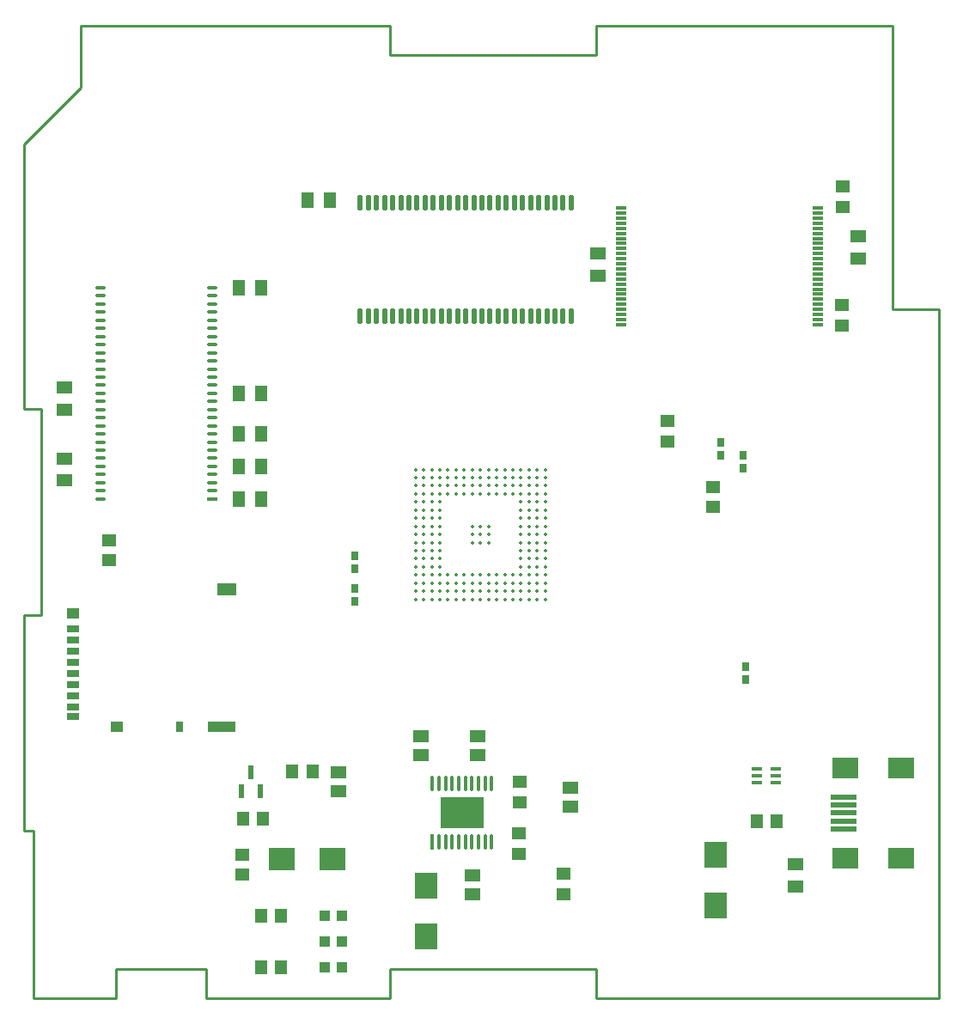
<source format=gtp>
%FSLAX44Y44*%
%MOMM*%
G71*
G01*
G75*
G04 Layer_Color=8421504*
%ADD10R,0.7000X0.9000*%
%ADD11R,1.5000X1.3000*%
%ADD12R,2.2000X2.6000*%
%ADD13R,1.2000X1.5000*%
%ADD14R,1.2000X1.4000*%
%ADD15R,1.4000X1.2000*%
%ADD16R,1.1000X1.0000*%
%ADD17R,2.6000X2.2000*%
%ADD18R,0.3500X1.5500*%
%ADD19O,0.3500X1.5500*%
%ADD20R,4.2000X3.1000*%
%ADD21R,0.6000X1.4000*%
%ADD22O,1.0000X0.4000*%
%ADD23R,1.0000X0.4000*%
%ADD24R,1.9000X1.3000*%
%ADD25R,2.8000X1.0000*%
%ADD26R,0.8000X1.0000*%
%ADD27R,1.2000X1.0000*%
%ADD28R,1.2000X0.7000*%
%ADD29O,0.5500X1.5500*%
%ADD30C,0.3500*%
%ADD31R,1.0000X0.3000*%
%ADD32R,1.0500X0.4000*%
%ADD33R,2.5000X0.5000*%
%ADD34R,2.5000X2.0000*%
%ADD35R,1.5000X1.2000*%
%ADD36C,0.1778*%
%ADD37C,0.3048*%
%ADD38C,0.2540*%
%ADD39R,1.5000X1.5000*%
%ADD40C,1.5000*%
%ADD41R,1.5000X1.5000*%
%ADD42C,6.3500*%
%ADD43C,1.3000*%
%ADD44C,0.5080*%
%ADD45C,0.5588*%
%ADD46C,1.0160*%
%ADD47C,1.9160*%
%ADD48C,1.0160*%
%ADD49C,1.0668*%
%ADD50C,0.3810*%
%ADD51C,4.1910*%
%ADD52R,0.9000X0.7000*%
%ADD53R,1.0500X1.3000*%
%ADD54R,1.4000X3.3000*%
%ADD55R,1.3000X1.9000*%
%ADD56C,0.2500*%
%ADD57C,0.2000*%
%ADD58C,0.6000*%
%ADD59C,0.3000*%
%ADD60C,0.2032*%
%ADD61C,0.1000*%
%ADD62C,0.1270*%
D10*
X316992Y404264D02*
D03*
Y391264D02*
D03*
Y423522D02*
D03*
Y436522D02*
D03*
X701802Y313794D02*
D03*
Y326794D02*
D03*
X699770Y535074D02*
D03*
Y522074D02*
D03*
X677418Y535282D02*
D03*
Y548282D02*
D03*
D11*
X432816Y102260D02*
D03*
Y121260D02*
D03*
X300736Y222860D02*
D03*
Y203860D02*
D03*
X382016Y258420D02*
D03*
Y239420D02*
D03*
X437896Y258420D02*
D03*
Y239420D02*
D03*
X529336Y207620D02*
D03*
Y188620D02*
D03*
D12*
X387096Y61360D02*
D03*
Y111360D02*
D03*
X672338Y141840D02*
D03*
Y91840D02*
D03*
D13*
X270500Y786250D02*
D03*
X292500D02*
D03*
X202614Y556252D02*
D03*
X224614D02*
D03*
X202614Y524000D02*
D03*
X224614D02*
D03*
X202614Y700252D02*
D03*
X224614D02*
D03*
X202614Y596252D02*
D03*
X224614D02*
D03*
X202614Y492252D02*
D03*
X224614D02*
D03*
D14*
X712884Y174498D02*
D03*
X732884D02*
D03*
X224442Y81280D02*
D03*
X244442D02*
D03*
X206662Y177292D02*
D03*
X226662D02*
D03*
X224442Y30988D02*
D03*
X244442D02*
D03*
X275176Y223520D02*
D03*
X255176D02*
D03*
D15*
X796798Y683100D02*
D03*
Y663100D02*
D03*
X625348Y569054D02*
D03*
Y549054D02*
D03*
X478536Y142400D02*
D03*
Y162400D02*
D03*
X479298Y193200D02*
D03*
Y213200D02*
D03*
X205740Y141826D02*
D03*
Y121826D02*
D03*
X670306Y484030D02*
D03*
Y504030D02*
D03*
X797814Y779940D02*
D03*
Y799940D02*
D03*
X522224Y122776D02*
D03*
Y102776D02*
D03*
X74930Y451706D02*
D03*
Y431706D02*
D03*
D16*
X304156Y81280D02*
D03*
X287156D02*
D03*
X304156Y55880D02*
D03*
X287156D02*
D03*
X304156Y30480D02*
D03*
X287156D02*
D03*
D17*
X295256Y137160D02*
D03*
X245256D02*
D03*
D18*
X393406Y154130D02*
D03*
D19*
X399906D02*
D03*
X406406D02*
D03*
X412906D02*
D03*
X419406D02*
D03*
X425906D02*
D03*
X432406D02*
D03*
X438906D02*
D03*
X445406D02*
D03*
X451906D02*
D03*
X393406Y211630D02*
D03*
X399906D02*
D03*
X406406D02*
D03*
X412906D02*
D03*
X419406D02*
D03*
X425906D02*
D03*
X432406D02*
D03*
X438906D02*
D03*
X445406D02*
D03*
X451906D02*
D03*
D20*
X422656Y182880D02*
D03*
D21*
X204876Y203860D02*
D03*
X223876D02*
D03*
X214376Y222860D02*
D03*
D22*
X66422Y700252D02*
D03*
Y692252D02*
D03*
Y684252D02*
D03*
Y676252D02*
D03*
Y668252D02*
D03*
Y660252D02*
D03*
Y652252D02*
D03*
Y644252D02*
D03*
Y636252D02*
D03*
Y628252D02*
D03*
Y620252D02*
D03*
Y612252D02*
D03*
Y604252D02*
D03*
Y596252D02*
D03*
Y588252D02*
D03*
Y580252D02*
D03*
Y572252D02*
D03*
Y564252D02*
D03*
Y556252D02*
D03*
Y548252D02*
D03*
Y540252D02*
D03*
Y532252D02*
D03*
Y524252D02*
D03*
Y516252D02*
D03*
Y508252D02*
D03*
Y500252D02*
D03*
Y492252D02*
D03*
X176022Y700252D02*
D03*
Y692252D02*
D03*
Y684252D02*
D03*
Y676252D02*
D03*
Y668252D02*
D03*
Y660252D02*
D03*
Y652252D02*
D03*
Y644252D02*
D03*
Y636252D02*
D03*
Y628252D02*
D03*
Y620252D02*
D03*
Y612252D02*
D03*
Y604252D02*
D03*
Y596252D02*
D03*
Y588252D02*
D03*
Y580252D02*
D03*
Y572252D02*
D03*
Y564252D02*
D03*
Y556252D02*
D03*
Y548252D02*
D03*
Y540252D02*
D03*
Y532252D02*
D03*
Y524252D02*
D03*
Y516252D02*
D03*
Y508252D02*
D03*
Y500252D02*
D03*
D23*
Y492252D02*
D03*
D24*
X190370Y402982D02*
D03*
D25*
X185870Y267982D02*
D03*
D26*
X144370D02*
D03*
D27*
X39370Y379482D02*
D03*
X82370Y267982D02*
D03*
D28*
X39370Y363982D02*
D03*
Y352982D02*
D03*
Y341982D02*
D03*
Y330982D02*
D03*
Y319982D02*
D03*
Y308982D02*
D03*
Y297982D02*
D03*
Y286982D02*
D03*
Y277482D02*
D03*
D29*
X490212Y784472D02*
D03*
X498212D02*
D03*
X474212D02*
D03*
X482212D02*
D03*
X522212D02*
D03*
X530212D02*
D03*
X506212D02*
D03*
X514212D02*
D03*
X434212D02*
D03*
X442212D02*
D03*
X418212D02*
D03*
X426212D02*
D03*
X458212D02*
D03*
X466212D02*
D03*
X450212D02*
D03*
X530212Y672472D02*
D03*
X514212D02*
D03*
X522212D02*
D03*
X498212D02*
D03*
X506212D02*
D03*
X482212D02*
D03*
X490212D02*
D03*
X442212D02*
D03*
X450212D02*
D03*
X426212D02*
D03*
X434212D02*
D03*
X466212D02*
D03*
X474212D02*
D03*
X458212D02*
D03*
X378212Y784472D02*
D03*
X386212D02*
D03*
X362212D02*
D03*
X370212D02*
D03*
X402212D02*
D03*
X410212D02*
D03*
X394212D02*
D03*
X346212D02*
D03*
X354212D02*
D03*
X330212D02*
D03*
X338212D02*
D03*
X322212D02*
D03*
X410212Y672472D02*
D03*
X418212D02*
D03*
X402212D02*
D03*
X386212D02*
D03*
X394212D02*
D03*
X370212D02*
D03*
X378212D02*
D03*
X354212D02*
D03*
X362212D02*
D03*
X338212D02*
D03*
X346212D02*
D03*
X322212D02*
D03*
X330212D02*
D03*
D30*
X504690Y393200D02*
D03*
X496690D02*
D03*
X488690D02*
D03*
X480690D02*
D03*
X472690D02*
D03*
X464690D02*
D03*
X456690D02*
D03*
X448690D02*
D03*
X440690D02*
D03*
X432690D02*
D03*
X424690D02*
D03*
X416690D02*
D03*
X408690D02*
D03*
X400690D02*
D03*
X392690D02*
D03*
X384690D02*
D03*
X376690D02*
D03*
X504690Y401200D02*
D03*
X496690D02*
D03*
X488690D02*
D03*
X480690D02*
D03*
X472690D02*
D03*
X464690D02*
D03*
X456690D02*
D03*
X448690D02*
D03*
X440690D02*
D03*
X432690D02*
D03*
X424690D02*
D03*
X416690D02*
D03*
X408690D02*
D03*
X400690D02*
D03*
X392690D02*
D03*
X384690D02*
D03*
X376690D02*
D03*
X504690Y409200D02*
D03*
X496690D02*
D03*
X488690D02*
D03*
X480690D02*
D03*
X472690D02*
D03*
X464690D02*
D03*
X456690D02*
D03*
X448690D02*
D03*
X440690D02*
D03*
X432690D02*
D03*
X424690D02*
D03*
X416690D02*
D03*
X408690D02*
D03*
X400690D02*
D03*
X392690D02*
D03*
X384690D02*
D03*
X376690D02*
D03*
X504690Y417200D02*
D03*
X496690D02*
D03*
X488690D02*
D03*
X480690D02*
D03*
X472690D02*
D03*
X464690D02*
D03*
X456690D02*
D03*
X448690D02*
D03*
X440690D02*
D03*
X432690D02*
D03*
X424690D02*
D03*
X416690D02*
D03*
X408690D02*
D03*
X400690D02*
D03*
X392690D02*
D03*
X384690D02*
D03*
X376690D02*
D03*
X504690Y425200D02*
D03*
X496690D02*
D03*
X488690D02*
D03*
X480690D02*
D03*
X400690D02*
D03*
X392690D02*
D03*
X384690D02*
D03*
X376690D02*
D03*
X504690Y433200D02*
D03*
X496690D02*
D03*
X488690D02*
D03*
X480690D02*
D03*
X400690D02*
D03*
X392690D02*
D03*
X384690D02*
D03*
X376690D02*
D03*
X504690Y441200D02*
D03*
X496690D02*
D03*
X488690D02*
D03*
X480690D02*
D03*
X400690D02*
D03*
X392690D02*
D03*
X384690D02*
D03*
X376690D02*
D03*
X504690Y449200D02*
D03*
X496690D02*
D03*
X488690D02*
D03*
X480690D02*
D03*
X448690D02*
D03*
X440690D02*
D03*
X432690D02*
D03*
X400690D02*
D03*
X392690D02*
D03*
X384690D02*
D03*
X376690D02*
D03*
X504690Y457200D02*
D03*
X496690D02*
D03*
X488690D02*
D03*
X480690D02*
D03*
X448690D02*
D03*
X440690D02*
D03*
X432690D02*
D03*
X400690D02*
D03*
X392690D02*
D03*
X384690D02*
D03*
X376690D02*
D03*
X504690Y465200D02*
D03*
X496690D02*
D03*
X488690D02*
D03*
X480690D02*
D03*
X448690D02*
D03*
X440690D02*
D03*
X432690D02*
D03*
X400690D02*
D03*
X392690D02*
D03*
X384690D02*
D03*
X376690D02*
D03*
X504690Y473200D02*
D03*
X496690D02*
D03*
X488690D02*
D03*
X480690D02*
D03*
X400690D02*
D03*
X392690D02*
D03*
X384690D02*
D03*
X376690D02*
D03*
X504690Y481200D02*
D03*
X496690D02*
D03*
X488690D02*
D03*
X480690D02*
D03*
X400690D02*
D03*
X392690D02*
D03*
X384690D02*
D03*
X376690D02*
D03*
X504690Y489200D02*
D03*
X496690D02*
D03*
X488690D02*
D03*
X480690D02*
D03*
X400690D02*
D03*
X392690D02*
D03*
X384690D02*
D03*
X376690D02*
D03*
X504690Y497200D02*
D03*
X496690D02*
D03*
X488690D02*
D03*
X480690D02*
D03*
X472690D02*
D03*
X464690D02*
D03*
X456690D02*
D03*
X448690D02*
D03*
X440690D02*
D03*
X432690D02*
D03*
X424690D02*
D03*
X416690D02*
D03*
X408690D02*
D03*
X400690D02*
D03*
X392690D02*
D03*
X384690D02*
D03*
X376690D02*
D03*
X504690Y505200D02*
D03*
X496690D02*
D03*
X488690D02*
D03*
X480690D02*
D03*
X472690D02*
D03*
X464690D02*
D03*
X456690D02*
D03*
X448690D02*
D03*
X440690D02*
D03*
X432690D02*
D03*
X424690D02*
D03*
X416690D02*
D03*
X408690D02*
D03*
X400690D02*
D03*
X392690D02*
D03*
X384690D02*
D03*
X376690D02*
D03*
X504690Y513200D02*
D03*
X496690D02*
D03*
X488690D02*
D03*
X480690D02*
D03*
X472690D02*
D03*
X464690D02*
D03*
X456690D02*
D03*
X448690D02*
D03*
X440690D02*
D03*
X432690D02*
D03*
X424690D02*
D03*
X416690D02*
D03*
X408690D02*
D03*
X400690D02*
D03*
X392690D02*
D03*
X384690D02*
D03*
X376690D02*
D03*
X504690Y521200D02*
D03*
X496690D02*
D03*
X488690D02*
D03*
X480690D02*
D03*
X472690D02*
D03*
X464690D02*
D03*
X456690D02*
D03*
X448690D02*
D03*
X440690D02*
D03*
X432690D02*
D03*
X424690D02*
D03*
X416690D02*
D03*
X408690D02*
D03*
X400690D02*
D03*
X392690D02*
D03*
X384690D02*
D03*
X376690D02*
D03*
D31*
X773160Y778956D02*
D03*
Y773956D02*
D03*
Y768956D02*
D03*
Y763956D02*
D03*
Y758956D02*
D03*
Y753956D02*
D03*
Y748956D02*
D03*
Y743956D02*
D03*
Y738956D02*
D03*
Y733956D02*
D03*
Y728956D02*
D03*
Y723956D02*
D03*
Y718956D02*
D03*
Y713956D02*
D03*
Y708956D02*
D03*
Y703956D02*
D03*
Y698956D02*
D03*
Y693956D02*
D03*
Y688956D02*
D03*
Y683956D02*
D03*
Y678956D02*
D03*
Y673956D02*
D03*
Y668956D02*
D03*
Y663956D02*
D03*
X579160Y778956D02*
D03*
Y773956D02*
D03*
Y768956D02*
D03*
Y763956D02*
D03*
Y758956D02*
D03*
Y753956D02*
D03*
Y748956D02*
D03*
Y743956D02*
D03*
Y738956D02*
D03*
Y733956D02*
D03*
Y728956D02*
D03*
Y723956D02*
D03*
Y718956D02*
D03*
Y713956D02*
D03*
Y708956D02*
D03*
Y703956D02*
D03*
Y698956D02*
D03*
Y693956D02*
D03*
Y688956D02*
D03*
Y683956D02*
D03*
Y678956D02*
D03*
Y673956D02*
D03*
Y668956D02*
D03*
Y663956D02*
D03*
D32*
X731478Y212806D02*
D03*
Y225806D02*
D03*
Y219306D02*
D03*
X712978D02*
D03*
Y225806D02*
D03*
Y212806D02*
D03*
D33*
X798592Y166624D02*
D03*
Y174624D02*
D03*
Y182624D02*
D03*
Y190624D02*
D03*
Y198624D02*
D03*
D34*
X800592Y138124D02*
D03*
Y227124D02*
D03*
X855592D02*
D03*
Y138124D02*
D03*
D35*
X751586Y132158D02*
D03*
Y110158D02*
D03*
X30734Y532208D02*
D03*
Y510208D02*
D03*
Y580312D02*
D03*
Y602312D02*
D03*
X813308Y751410D02*
D03*
Y729410D02*
D03*
X556260Y712392D02*
D03*
Y734392D02*
D03*
D38*
X0Y0D02*
X81280D01*
Y29210D01*
X170180D01*
Y0D02*
Y29210D01*
Y0D02*
X351790D01*
Y29210D01*
X554990D01*
Y0D02*
Y29210D01*
Y0D02*
X892810D01*
Y679450D01*
X847090D02*
X892810D01*
X847090D02*
Y958850D01*
X554990D02*
X847090D01*
X554990Y929640D02*
Y958850D01*
X351790Y929640D02*
X554990D01*
X351790D02*
Y958850D01*
X46990D02*
X351790D01*
X0Y0D02*
Y165100D01*
X-8890D02*
X0D01*
X-8890D02*
Y377825D01*
X7620D01*
Y581025D01*
X-8890D02*
X7620D01*
X-8890D02*
Y825500D01*
X46990Y897890D02*
Y958850D01*
X-8890Y825500D02*
Y842010D01*
X46990Y897890D01*
M02*

</source>
